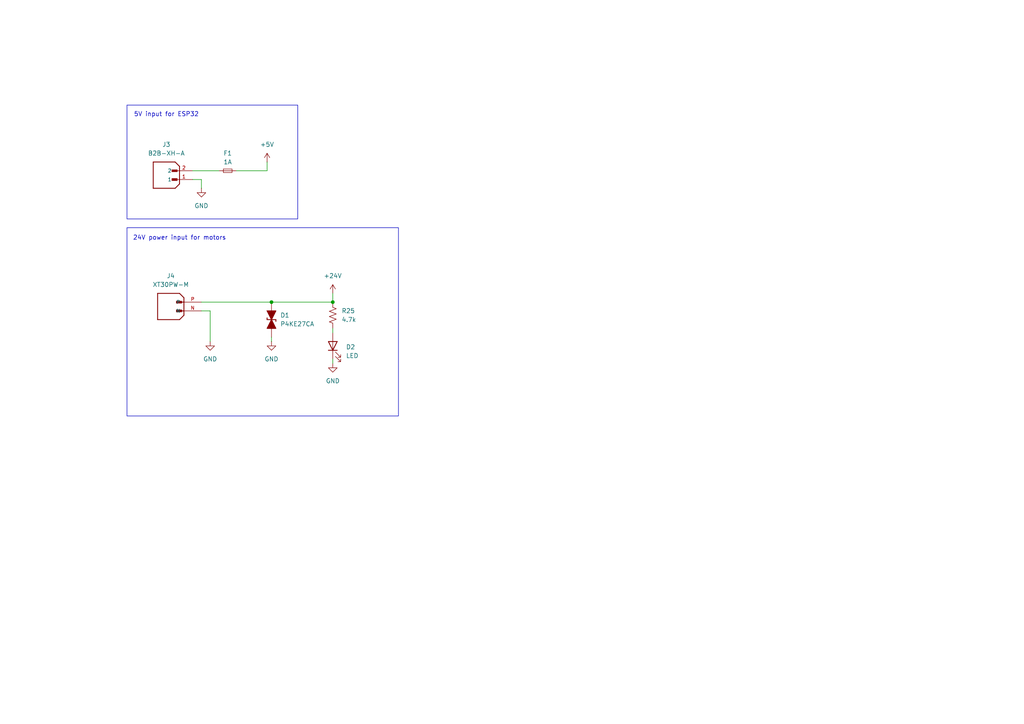
<source format=kicad_sch>
(kicad_sch (version 20250114) (generator "eeschema") (generator_version "9.0")
  (paper "A4")
  (title_block (date "2025-04-28") (rev "V01") (comment 1 "https://creativecommons.org/licenses/by/4.0/") (comment 2 "License: CC BY 4.0 ") (comment 3 "Author: Oxebots Team"))
  (lib_symbols
    (symbol "B2B-XH-A:B2B-XH-A" (pin_names (offset 1.016))
      (property "Reference" "J" (at -2.54 6.35 0))
      (property "Value" "B2B-XH-A" (at -2.54 -5.08 0))
      (symbol "B2B-XH-A_0_0"
        (polyline (pts (xy -3.81 3.81) (xy -3.81 -1.27)) (stroke (width 0.254)))
        (polyline (pts (xy -3.81 3.81) (xy -2.54 5.08)) (stroke (width 0.254)))
        (polyline (pts (xy -3.81 -1.27) (xy -2.54 -2.54)) (stroke (width 0.254)))
        (rectangle (start -3.175 2.2225) (end -1.5875 2.8575) (stroke (width 0.1)) (fill (type outline)))
        (rectangle (start -3.175 -0.3175) (end -1.5875 0.3175) (stroke (width 0.1)) (fill (type outline)))
        (polyline (pts (xy -2.54 -2.54) (xy 3.81 -2.54)) (stroke (width 0.254)))
        (polyline (pts (xy 3.81 5.08) (xy -2.54 5.08)) (stroke (width 0.254)))
        (polyline (pts (xy 3.81 -2.54) (xy 3.81 5.08)) (stroke (width 0.254)))
        (pin passive line (at -7.62 2.54 0) (length 5.08) (name "1") (number "1"))
        (pin passive line (at -7.62 0 0) (length 5.08) (name "2") (number "2"))
      )
    )
    (symbol "Device:Fuse_Small" (pin_numbers (hide yes)) (pin_names (offset 0.254) (hide yes))
      (property "Reference" "F" (at 0 -1.524 0))
      (property "Value" "Fuse_Small" (at 0 1.524 0))
      (symbol "Fuse_Small_0_1"
        (rectangle (start -1.27 0.508) (end 1.27 -0.508))
        (polyline (pts (xy -1.27 0) (xy 1.27 0)))
      )
      (symbol "Fuse_Small_1_1"
        (pin passive line (at -2.54 0 0) (length 1.27) (name "~") (number "1"))
        (pin passive line (at 2.54 0 180) (length 1.27) (name "~") (number "2"))
      )
    )
    (symbol "Device:LED" (pin_numbers (hide yes)) (pin_names (offset 1.016) (hide yes))
      (property "Reference" "D" (at 0 2.54 0))
      (property "Value" "LED" (at 0 -2.54 0))
      (symbol "LED_0_1"
        (polyline (pts (xy -3.048 -0.762) (xy -4.572 -2.286) (xy -3.81 -2.286) (xy -4.572 -2.286) (xy -4.572 -1.524)))
        (polyline (pts (xy -1.778 -0.762) (xy -3.302 -2.286) (xy -2.54 -2.286) (xy -3.302 -2.286) (xy -3.302 -1.524)))
        (polyline (pts (xy -1.27 0) (xy 1.27 0)))
        (polyline (pts (xy -1.27 -1.27) (xy -1.27 1.27)) (stroke (width 0.254)))
        (polyline (pts (xy 1.27 -1.27) (xy 1.27 1.27) (xy -1.27 0) (xy 1.27 -1.27)) (stroke (width 0.254)))
      )
      (symbol "LED_1_1"
        (pin passive line (at -3.81 0 0) (length 2.54) (name "K") (number "1"))
        (pin passive line (at 3.81 0 180) (length 2.54) (name "A") (number "2"))
      )
    )
    (symbol "Device:R_US" (pin_numbers (hide yes)) (pin_names (offset 0))
      (property "Reference" "R" (at 2.54 0 90))
      (property "Value" "R_US" (at -2.54 0 90))
      (symbol "R_US_0_1"
        (polyline (pts (xy 0 2.286) (xy 0 2.54)))
        (polyline (pts (xy 0 2.286) (xy 1.016 1.905) (xy 0 1.524) (xy -1.016 1.143) (xy 0 0.762)))
        (polyline (pts (xy 0 0.762) (xy 1.016 0.381) (xy 0 0) (xy -1.016 -0.381) (xy 0 -0.762)))
        (polyline (pts (xy 0 -0.762) (xy 1.016 -1.143) (xy 0 -1.524) (xy -1.016 -1.905) (xy 0 -2.286)))
        (polyline (pts (xy 0 -2.286) (xy 0 -2.54)))
      )
      (symbol "R_US_1_1"
        (pin passive line (at 0 3.81 270) (length 1.27) (name "~") (number "1"))
        (pin passive line (at 0 -3.81 90) (length 1.27) (name "~") (number "2"))
      )
    )
    (symbol "PCM_Diode_TVS_AKL:P4KE27CA" (pin_numbers (hide yes)) (pin_names (offset 1.016) (hide yes))
      (property "Reference" "D" (at 0 5.08 0))
      (property "Value" "P4KE27CA" (at 0 2.54 0))
      (symbol "P4KE27CA_0_1"
        (polyline (pts (xy 0 1.27) (xy 0 -1.27)) (stroke (width 0.254)))
        (polyline (pts (xy 0 1.27) (xy 0.508 1.27)) (stroke (width 0.254)))
        (polyline (pts (xy 0 0) (xy -2.54 1.27) (xy -2.54 -1.27) (xy 0 0)) (stroke (width 0.254)) (fill (type outline)))
        (polyline (pts (xy 0 -1.27) (xy -0.508 -1.27)) (stroke (width 0.254)))
        (polyline (pts (xy 1.27 0) (xy -1.27 0)))
        (polyline (pts (xy 2.54 1.27) (xy 2.54 -1.27) (xy 0 0) (xy 2.54 1.27)) (stroke (width 0.254)) (fill (type outline)))
      )
      (symbol "P4KE27CA_0_2"
        (polyline (pts (xy -3.81 -3.81) (xy 3.81 3.81)))
        (polyline (pts (xy -1.778 -1.778) (xy -2.667 -0.889) (xy 0 0) (xy -0.889 -2.667) (xy -1.778 -1.778)) (stroke (width 0.254)) (fill (type outline)))
        (polyline (pts (xy -0.889 0.889) (xy -1.27 0.508)) (stroke (width 0.254)))
        (polyline (pts (xy -0.889 0.889) (xy 0.889 -0.889)) (stroke (width 0.254)))
        (polyline (pts (xy 0.889 -0.889) (xy 1.27 -0.508)) (stroke (width 0.254)))
        (polyline (pts (xy 1.778 1.778) (xy 2.667 0.889) (xy 0 0) (xy 0.889 2.667) (xy 1.778 1.778)) (stroke (width 0.254)) (fill (type outline)))
      )
      (symbol "P4KE27CA_1_1"
        (pin passive line (at -5.08 0 0) (length 2.54) (name "K") (number "1"))
        (pin passive line (at 5.08 0 180) (length 2.54) (name "A") (number "2"))
      )
      (symbol "P4KE27CA_1_2"
        (pin passive line (at -3.81 -3.81 0) (length 0) (name "A") (number "2"))
        (pin passive line (at 3.81 3.81 180) (length 0) (name "K") (number "1"))
      )
    )
    (symbol "XT30PW-M:XT30PW-M" (pin_names (offset 1.016))
      (property "Reference" "J" (at -7.62 3.302 0))
      (property "Value" "XT30PW-M" (at -7.62 -7.62 0))
      (symbol "XT30PW-M_0_0"
        (polyline (pts (xy -7.62 2.54) (xy -1.27 2.54)) (stroke (width 0.254)))
        (polyline (pts (xy -7.62 -5.08) (xy -7.62 2.54)) (stroke (width 0.254)))
        (rectangle (start -2.2225 -0.3175) (end -0.635 0.3175) (stroke (width 0.1)) (fill (type outline)))
        (rectangle (start -2.2225 -2.8575) (end -0.635 -2.2225) (stroke (width 0.1)) (fill (type outline)))
        (polyline (pts (xy -1.27 -5.08) (xy -7.62 -5.08)) (stroke (width 0.254)))
        (polyline (pts (xy 0 1.27) (xy -1.27 2.54)) (stroke (width 0.254)))
        (polyline (pts (xy 0 1.27) (xy 0 0)) (stroke (width 0.254)))
        (polyline (pts (xy 0 0) (xy -1.905 0)) (stroke (width 0.254)))
        (polyline (pts (xy 0 0) (xy 0 -3.81)) (stroke (width 0.254)))
        (polyline (pts (xy 0 -2.54) (xy -1.905 -2.54)) (stroke (width 0.254)))
        (polyline (pts (xy 0 -3.81) (xy -1.27 -5.08)) (stroke (width 0.254)))
        (pin power_in line (at 5.08 0 180) (length 5.08) (name "P") (number "P"))
        (pin power_in line (at 5.08 -2.54 180) (length 5.08) (name "N") (number "N"))
      )
    )
    (symbol "power:+24V" (power) (pin_numbers (hide yes)) (pin_names (offset 0) (hide yes))
      (property "Value" "+24V" (at 0 3.556 0))
      (symbol "+24V_0_1"
        (polyline (pts (xy -0.762 1.27) (xy 0 2.54)))
        (polyline (pts (xy 0 2.54) (xy 0.762 1.27)))
        (polyline (pts (xy 0 0) (xy 0 2.54)))
      )
      (symbol "+24V_1_1"
        (pin power_in line (at 0 0 90) (length 0) (name "~") (number "1"))
      )
    )
    (symbol "power:+5V" (power) (pin_numbers (hide yes)) (pin_names (offset 0) (hide yes))
      (property "Value" "+5V" (at 0 3.556 0))
      (symbol "+5V_0_1"
        (polyline (pts (xy -0.762 1.27) (xy 0 2.54)))
        (polyline (pts (xy 0 2.54) (xy 0.762 1.27)))
        (polyline (pts (xy 0 0) (xy 0 2.54)))
      )
      (symbol "+5V_1_1"
        (pin power_in line (at 0 0 90) (length 0) (name "~") (number "1"))
      )
    )
    (symbol "power:GND" (power) (pin_numbers (hide yes)) (pin_names (offset 0) (hide yes))
      (property "Value" "GND" (at 0 -3.81 0))
      (symbol "GND_0_1"
        (polyline (pts (xy 0 0) (xy 0 -1.27) (xy 1.27 -1.27) (xy 0 -2.54) (xy -1.27 -1.27) (xy 0 -1.27)))
      )
      (symbol "GND_1_1"
        (pin power_in line (at 0 0 270) (length 0) (name "~") (number "1"))
      )
    )
  )
  (rectangle (start 36.83 66.04) (end 115.57 120.65))
  (rectangle (start 36.83 30.48) (end 86.36 63.5))
  (text "5V input for ESP32" (at 48.26 33.274 0) (effects (font (size 1.27 1.27))))
  (text "24V power input for motors" (at 52.07 69.088 0) (effects (font (size 1.27 1.27))))
  (junction (at 96.52 87.63))
  (junction (at 78.74 87.63))
  (wire (pts (xy 60.96 90.17) (xy 60.96 99.06)))
  (wire (pts (xy 55.88 52.07) (xy 58.42 52.07)))
  (wire (pts (xy 96.52 95.25) (xy 96.52 96.52)))
  (wire (pts (xy 55.88 49.53) (xy 63.5 49.53)))
  (wire (pts (xy 96.52 104.14) (xy 96.52 105.41)))
  (wire (pts (xy 58.42 87.63) (xy 78.74 87.63)))
  (wire (pts (xy 58.42 52.07) (xy 58.42 54.61)))
  (wire (pts (xy 77.47 49.53) (xy 77.47 46.99)))
  (wire (pts (xy 58.42 90.17) (xy 60.96 90.17)))
  (wire (pts (xy 68.58 49.53) (xy 77.47 49.53)))
  (wire (pts (xy 78.74 87.63) (xy 96.52 87.63)))
  (wire (pts (xy 96.52 87.63) (xy 96.52 85.09)))
  (wire (pts (xy 78.74 97.79) (xy 78.74 99.06)))
  (symbol (lib_id "power:+24V") (at 96.52 85.09 0) (unit 1)
    (property "Reference" "#PWR034" (effects (hide yes)))
    (property "Value" "+24V" (at 96.52 80.01 0))
    (property "Description" "Power symbol creates a global label with name \"+24V\"" (effects (hide yes)))
  )
  (symbol (lib_id "B2B-XH-A:B2B-XH-A") (at 48.26 49.53 180) (unit 1)
    (property "Reference" "J3" (at 48.26 41.91 0))
    (property "Value" "B2B-XH-A" (at 48.26 44.45 0))
    (property "Footprint" "B2B-XH-A:JST_B2B-XH-A" (effects (hide yes)))
    (property "MF" "JST Sales" (effects (hide yes)))
    (property "MAXIMUM_PACKAGE_HEIGHT" "7 mm" (effects (hide yes)))
    (property "Package" "None" (effects (hide yes)))
    (property "Price" "None" (effects (hide yes)))
    (property "Check_prices" "https://www.snapeda.com/parts/B2B-XH-A/JST/view-part/?ref=eda" (effects (hide yes)))
    (property "STANDARD" "Manufacturer Recommendations" (effects (hide yes)))
    (property "PARTREV" "N/A" (effects (hide yes)))
    (property "SnapEDA_Link" "https://www.snapeda.com/parts/B2B-XH-A/JST/view-part/?ref=snap" (effects (hide yes)))
    (property "MP" "B2B-XH-A" (effects (hide yes)))
    (property "Description_1" "Connector Header Through Hole 2 position 0.098 (2.50mm)" (effects (hide yes)))
    (property "Availability" "In Stock" (effects (hide yes)))
    (property "MANUFACTURER" "JST Sales America Inc." (effects (hide yes)))
  )
  (symbol (lib_id "power:GND") (at 58.42 54.61 0) (unit 1)
    (property "Reference" "#PWR032" (effects (hide yes)))
    (property "Value" "GND" (at 58.42 59.69 0))
    (property "Description" "Power symbol creates a global label with name \"GND\" , ground" (effects (hide yes)))
  )
  (symbol (lib_id "power:GND") (at 96.52 105.41 0) (unit 1)
    (property "Reference" "#PWR037" (effects (hide yes)))
    (property "Value" "GND" (at 96.52 110.49 0))
    (property "Description" "Power symbol creates a global label with name \"GND\" , ground" (effects (hide yes)))
  )
  (symbol (lib_id "Device:R_US") (at 96.52 91.44 0) (unit 1)
    (property "Reference" "R25" (at 99.06 90.1699 0) (effects (justify left)))
    (property "Value" "4.7k" (at 99.06 92.7099 0) (effects (justify left)))
    (property "Description" "Resistor, US symbol" (effects (hide yes)))
  )
  (symbol (lib_id "PCM_Diode_TVS_AKL:P4KE27CA") (at 78.74 92.71 90) (unit 1)
    (property "Reference" "D1" (at 81.28 91.4399 90) (effects (justify right)))
    (property "Value" "P4KE27CA" (at 81.28 93.9799 90) (effects (justify right)))
    (property "Footprint" "PCM_Diode_THT_AKL:D_DO-41_SOD81_P7.62mm_Horizontal_TVS" (effects (hide yes)))
    (property "Datasheet" "https://www.tme.eu/Document/d43f484b7fec7b083bcfb6d2b2242ae7/P4KE_ser.pdf" (effects (hide yes)))
    (property "Description" "DO-41 Bidirectional TVS Diode, 27V, 400W, Alternate KiCAD Library" (effects (hide yes)))
  )
  (symbol (lib_id "power:GND") (at 60.96 99.06 0) (unit 1)
    (property "Reference" "#PWR035" (effects (hide yes)))
    (property "Value" "GND" (at 60.96 104.14 0))
    (property "Description" "Power symbol creates a global label with name \"GND\" , ground" (effects (hide yes)))
  )
  (symbol (lib_id "Device:LED") (at 96.52 100.33 90) (unit 1)
    (property "Reference" "D2" (at 100.33 100.6474 90) (effects (justify right)))
    (property "Value" "LED" (at 100.33 103.1874 90) (effects (justify right)))
    (property "Description" "Light emitting diode" (effects (hide yes)))
    (property "Sim.Pins" "1=K 2=A" (effects (hide yes)))
  )
  (symbol (lib_id "power:GND") (at 78.74 99.06 0) (unit 1)
    (property "Reference" "#PWR036" (effects (hide yes)))
    (property "Value" "GND" (at 78.74 104.14 0))
    (property "Description" "Power symbol creates a global label with name \"GND\" , ground" (effects (hide yes)))
  )
  (symbol (lib_id "XT30PW-M:XT30PW-M") (at 53.34 87.63 0) (unit 1)
    (property "Reference" "J4" (at 49.53 80.01 0))
    (property "Value" "XT30PW-M" (at 49.53 82.55 0))
    (property "Footprint" "XT30PW-M:AMASS_XT30PW-M" (effects (hide yes)))
    (property "MF" "AMASS" (effects (hide yes)))
    (property "MAXIMUM_PACKAGE_HEIGHT" "5 mm" (effects (hide yes)))
    (property "Package" "None" (effects (hide yes)))
    (property "Price" "None" (effects (hide yes)))
    (property "Check_prices" "https://www.snapeda.com/parts/XT30PW-M/AMASS/view-part/?ref=eda" (effects (hide yes)))
    (property "STANDARD" "Manufacturer Recommendations" (effects (hide yes)))
    (property "PARTREV" "1.2" (effects (hide yes)))
    (property "SnapEDA_Link" "https://www.snapeda.com/parts/XT30PW-M/AMASS/view-part/?ref=snap" (effects (hide yes)))
    (property "MP" "XT30PW-M" (effects (hide yes)))
    (property "Description_1" "Socket; DC supply; XT30; male; PIN: 2; on PCBs; THT; Colour: yellow" (effects (hide yes)))
    (property "MANUFACTURER" "Amass" (effects (hide yes)))
    (property "Availability" "Not in stock" (effects (hide yes)))
    (property "SNAPEDA_PN" "XT30PW-M" (effects (hide yes)))
  )
  (symbol (lib_id "Device:Fuse_Small") (at 66.04 49.53 0) (unit 1)
    (property "Reference" "F1" (at 66.04 44.45 0))
    (property "Value" "1A" (at 66.04 46.99 0))
    (property "Description" "Fuse, small symbol" (effects (hide yes)))
  )
  (symbol (lib_id "power:+5V") (at 77.47 46.99 0) (unit 1)
    (property "Reference" "#PWR033" (effects (hide yes)))
    (property "Value" "+5V" (at 77.47 41.91 0))
    (property "Description" "Power symbol creates a global label with name \"+5V\"" (effects (hide yes)))
  )
)
</source>
